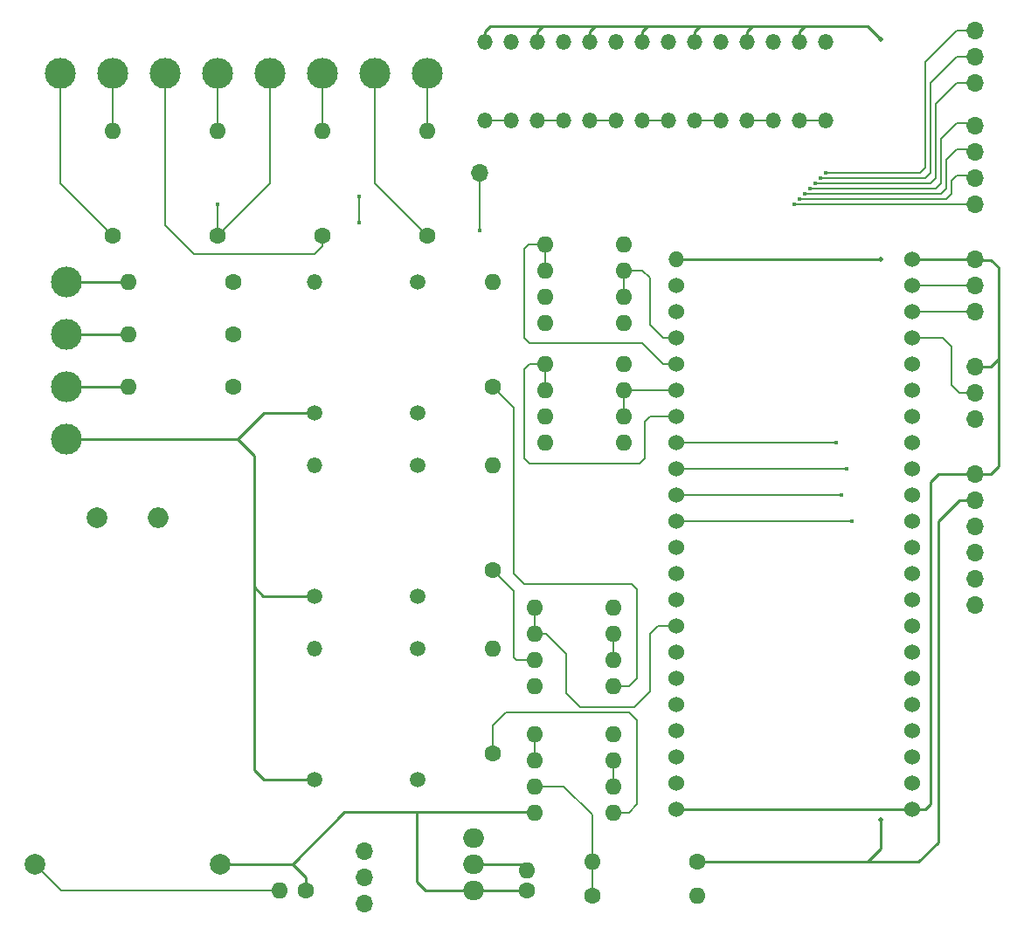
<source format=gbr>
%TF.GenerationSoftware,KiCad,Pcbnew,7.0.10*%
%TF.CreationDate,2024-05-12T01:16:20-03:00*%
%TF.ProjectId,board,626f6172-642e-46b6-9963-61645f706362,1.0*%
%TF.SameCoordinates,Original*%
%TF.FileFunction,Copper,L1,Top*%
%TF.FilePolarity,Positive*%
%FSLAX46Y46*%
G04 Gerber Fmt 4.6, Leading zero omitted, Abs format (unit mm)*
G04 Created by KiCad (PCBNEW 7.0.10) date 2024-05-12 01:16:20*
%MOMM*%
%LPD*%
G01*
G04 APERTURE LIST*
%TA.AperFunction,ComponentPad*%
%ADD10O,1.600000X1.600000*%
%TD*%
%TA.AperFunction,ComponentPad*%
%ADD11O,1.500000X1.500000*%
%TD*%
%TA.AperFunction,ComponentPad*%
%ADD12C,1.600000*%
%TD*%
%TA.AperFunction,ComponentPad*%
%ADD13O,1.700000X1.700000*%
%TD*%
%TA.AperFunction,ComponentPad*%
%ADD14O,2.000000X2.000000*%
%TD*%
%TA.AperFunction,ComponentPad*%
%ADD15C,2.000000*%
%TD*%
%TA.AperFunction,ComponentPad*%
%ADD16O,1.530000X1.530000*%
%TD*%
%TA.AperFunction,ComponentPad*%
%ADD17C,1.530000*%
%TD*%
%TA.AperFunction,ComponentPad*%
%ADD18O,3.000000X3.000000*%
%TD*%
%TA.AperFunction,ComponentPad*%
%ADD19C,3.000000*%
%TD*%
%TA.AperFunction,ComponentPad*%
%ADD20O,1.508000X1.508000*%
%TD*%
%TA.AperFunction,ComponentPad*%
%ADD21C,1.508000*%
%TD*%
%TA.AperFunction,ComponentPad*%
%ADD22O,2.000000X1.905000*%
%TD*%
%TA.AperFunction,ViaPad*%
%ADD23C,0.400000*%
%TD*%
%TA.AperFunction,ViaPad*%
%ADD24C,0.500000*%
%TD*%
%TA.AperFunction,Conductor*%
%ADD25C,0.200000*%
%TD*%
%TA.AperFunction,Conductor*%
%ADD26C,0.250000*%
%TD*%
G04 APERTURE END LIST*
D10*
%TO.P,AMP3,1*%
%TO.N,Current A*%
X147828000Y-74980800D03*
%TO.P,AMP3,2,-*%
X147828000Y-77520800D03*
%TO.P,AMP3,3,+*%
%TO.N,TC A-1*%
X147828000Y-80060800D03*
%TO.P,AMP3,4,V-*%
%TO.N,GND*%
X147828000Y-82600800D03*
%TO.P,AMP3,5,+*%
%TO.N,TC B-1*%
X155448000Y-82600800D03*
%TO.P,AMP3,6,-*%
%TO.N,Current B*%
X155448000Y-80060800D03*
%TO.P,AMP3,7*%
X155448000Y-77520800D03*
%TO.P,AMP3,8,V+*%
%TO.N,Vin*%
X155448000Y-74980800D03*
%TD*%
D11*
%TO.P,DZ14,1,K*%
%TO.N,Current N*%
X141986000Y-51358800D03*
%TO.P,DZ14,2,A*%
%TO.N,Vcc*%
X141986000Y-43738800D03*
%TD*%
D12*
%TO.P,R9,1*%
%TO.N,TC A-1*%
X136398000Y-62534800D03*
D10*
%TO.P,R9,2*%
%TO.N,TC A-2*%
X136398000Y-52374800D03*
%TD*%
D11*
%TO.P,DZ2,1,K*%
%TO.N,Treated Wave C*%
X172466000Y-51358800D03*
%TO.P,DZ2,2,A*%
%TO.N,Vcc*%
X172466000Y-43738800D03*
%TD*%
D13*
%TO.P,SW2,1,A*%
%TO.N,Vcc*%
X189484000Y-80314800D03*
%TO.P,SW2,2,B*%
%TO.N,System Type*%
X189484000Y-77774800D03*
%TO.P,SW2,3,C*%
%TO.N,GND*%
X189484000Y-75234800D03*
%TD*%
D12*
%TO.P,R7,1*%
%TO.N,Wave B*%
X142748000Y-94919800D03*
D10*
%TO.P,R7,2*%
%TO.N,TC A-2*%
X142748000Y-84759800D03*
%TD*%
D14*
%TO.P,PS1,1,AC/L*%
%TO.N,Line A*%
X110363000Y-89839800D03*
D15*
%TO.P,PS1,2,AC/N*%
%TO.N,Neutral*%
X104363000Y-89839800D03*
%TO.P,PS1,3,-Vout*%
%TO.N,GND*%
X116363000Y-123439800D03*
%TO.P,PS1,4,+Vout*%
%TO.N,Power*%
X98363000Y-123439800D03*
%TD*%
D16*
%TO.P,MCU1,J1_1,3V3*%
%TO.N,Vcc*%
X160528000Y-64820800D03*
D17*
%TO.P,MCU1,J1_2,3V3__1*%
%TO.N,unconnected-(MCU1-3V3__1-PadJ1_2)*%
X160528000Y-67360800D03*
%TO.P,MCU1,J1_3,RST*%
%TO.N,unconnected-(MCU1-RST-PadJ1_3)*%
X160528000Y-69900800D03*
%TO.P,MCU1,J1_4,GPIO4*%
%TO.N,Current N*%
X160528000Y-72440800D03*
%TO.P,MCU1,J1_5,GPIO5*%
%TO.N,Current C*%
X160528000Y-74980800D03*
%TO.P,MCU1,J1_6,GPIO6*%
%TO.N,Current B*%
X160528000Y-77520800D03*
%TO.P,MCU1,J1_7,GPIO7*%
%TO.N,Current A*%
X160528000Y-80060800D03*
%TO.P,MCU1,J1_8,GPIO15*%
%TO.N,CS*%
X160528000Y-82600800D03*
%TO.P,MCU1,J1_9,GPIO16*%
%TO.N,MOSI*%
X160528000Y-85140800D03*
%TO.P,MCU1,J1_10,GPIO17*%
%TO.N,SCK*%
X160528000Y-87680800D03*
%TO.P,MCU1,J1_11,GPIO18*%
%TO.N,MISO*%
X160528000Y-90220800D03*
%TO.P,MCU1,J1_12,GPIO8*%
%TO.N,Treated Wave A*%
X160528000Y-92760800D03*
%TO.P,MCU1,J1_13,GPIO3*%
%TO.N,unconnected-(MCU1-GPIO3-PadJ1_13)*%
X160528000Y-95300800D03*
%TO.P,MCU1,J1_14,GPIO46*%
%TO.N,unconnected-(MCU1-GPIO46-PadJ1_14)*%
X160528000Y-97840800D03*
%TO.P,MCU1,J1_15,GPIO9*%
%TO.N,Treated Wave B*%
X160528000Y-100380800D03*
%TO.P,MCU1,J1_16,GPIO10*%
%TO.N,Treated Wave C*%
X160528000Y-102920800D03*
%TO.P,MCU1,J1_17,GPIO11*%
%TO.N,unconnected-(MCU1-GPIO11-PadJ1_17)*%
X160528000Y-105460800D03*
%TO.P,MCU1,J1_18,GPIO12*%
%TO.N,unconnected-(MCU1-GPIO12-PadJ1_18)*%
X160528000Y-108000800D03*
%TO.P,MCU1,J1_19,GPIO13*%
%TO.N,unconnected-(MCU1-GPIO13-PadJ1_19)*%
X160528000Y-110540800D03*
%TO.P,MCU1,J1_20,GPIO14*%
%TO.N,unconnected-(MCU1-GPIO14-PadJ1_20)*%
X160528000Y-113080800D03*
%TO.P,MCU1,J1_21,5V0*%
%TO.N,unconnected-(MCU1-5V0-PadJ1_21)*%
X160528000Y-115620800D03*
%TO.P,MCU1,J1_22,GND*%
%TO.N,GND*%
X160528000Y-118160800D03*
%TO.P,MCU1,J3_1,GND__1*%
X183388000Y-64820800D03*
%TO.P,MCU1,J3_2,U0TXD/GPIO43*%
%TO.N,UART TX*%
X183388000Y-67360800D03*
%TO.P,MCU1,J3_3,U0RXD/GPIO44*%
%TO.N,UART RX*%
X183388000Y-69900800D03*
%TO.P,MCU1,J3_4,GPIO1*%
%TO.N,System Type*%
X183388000Y-72440800D03*
%TO.P,MCU1,J3_5,GPIO2*%
%TO.N,unconnected-(MCU1-GPIO2-PadJ3_5)*%
X183388000Y-74980800D03*
%TO.P,MCU1,J3_6,MTMS/GPIO42*%
%TO.N,unconnected-(MCU1-MTMS{slash}GPIO42-PadJ3_6)*%
X183388000Y-77520800D03*
%TO.P,MCU1,J3_7,MTDI/GPIO41*%
%TO.N,unconnected-(MCU1-MTDI{slash}GPIO41-PadJ3_7)*%
X183388000Y-80060800D03*
%TO.P,MCU1,J3_8,MTDO/GPIO40*%
%TO.N,unconnected-(MCU1-MTDO{slash}GPIO40-PadJ3_8)*%
X183388000Y-82600800D03*
%TO.P,MCU1,J3_9,MTCK/GPIO39*%
%TO.N,unconnected-(MCU1-MTCK{slash}GPIO39-PadJ3_9)*%
X183388000Y-85140800D03*
%TO.P,MCU1,J3_10,GPIO38*%
%TO.N,unconnected-(MCU1-GPIO38-PadJ3_10)*%
X183388000Y-87680800D03*
%TO.P,MCU1,J3_11,GPIO37*%
%TO.N,unconnected-(MCU1-GPIO37-PadJ3_11)*%
X183388000Y-90220800D03*
%TO.P,MCU1,J3_12,GPIO36*%
%TO.N,unconnected-(MCU1-GPIO36-PadJ3_12)*%
X183388000Y-92760800D03*
%TO.P,MCU1,J3_13,GPIO35*%
%TO.N,unconnected-(MCU1-GPIO35-PadJ3_13)*%
X183388000Y-95300800D03*
%TO.P,MCU1,J3_14,GPIO0*%
%TO.N,unconnected-(MCU1-GPIO0-PadJ3_14)*%
X183388000Y-97840800D03*
%TO.P,MCU1,J3_15,GPIO45*%
%TO.N,unconnected-(MCU1-GPIO45-PadJ3_15)*%
X183388000Y-100380800D03*
%TO.P,MCU1,J3_16,GPIO48*%
%TO.N,unconnected-(MCU1-GPIO48-PadJ3_16)*%
X183388000Y-102920800D03*
%TO.P,MCU1,J3_17,GPIO47*%
%TO.N,unconnected-(MCU1-GPIO47-PadJ3_17)*%
X183388000Y-105460800D03*
%TO.P,MCU1,J3_18,GPIO21*%
%TO.N,unconnected-(MCU1-GPIO21-PadJ3_18)*%
X183388000Y-108000800D03*
%TO.P,MCU1,J3_19,USB_D+/GPIO20*%
%TO.N,unconnected-(MCU1-USB_D+{slash}GPIO20-PadJ3_19)*%
X183388000Y-110540800D03*
%TO.P,MCU1,J3_20,USB_D-/GPIO19*%
%TO.N,unconnected-(MCU1-USB_D-{slash}GPIO19-PadJ3_20)*%
X183388000Y-113080800D03*
%TO.P,MCU1,J3_21,GND__2*%
%TO.N,unconnected-(MCU1-GND__2-PadJ3_21)*%
X183388000Y-115620800D03*
%TO.P,MCU1,J3_22,GND__3*%
%TO.N,GND*%
X183388000Y-118160800D03*
%TD*%
D11*
%TO.P,DZ13,1,K*%
%TO.N,GND*%
X144526000Y-43733800D03*
%TO.P,DZ13,2,A*%
%TO.N,Current N*%
X144526000Y-51353800D03*
%TD*%
D10*
%TO.P,AMP4,1*%
%TO.N,Current C*%
X147828000Y-63306800D03*
%TO.P,AMP4,2,-*%
X147828000Y-65846800D03*
%TO.P,AMP4,3,+*%
%TO.N,TC C-1*%
X147828000Y-68386800D03*
%TO.P,AMP4,4,V-*%
%TO.N,GND*%
X147828000Y-70926800D03*
%TO.P,AMP4,5,+*%
%TO.N,TC N-1*%
X155448000Y-70926800D03*
%TO.P,AMP4,6,-*%
%TO.N,Current N*%
X155448000Y-68386800D03*
%TO.P,AMP4,7*%
X155448000Y-65846800D03*
%TO.P,AMP4,8,V+*%
%TO.N,Vin*%
X155448000Y-63306800D03*
%TD*%
D11*
%TO.P,DZ6,1,K*%
%TO.N,Treated Wave A*%
X162306000Y-51363800D03*
%TO.P,DZ6,2,A*%
%TO.N,Vcc*%
X162306000Y-43743800D03*
%TD*%
%TO.P,DZ5,1,K*%
%TO.N,GND*%
X164846000Y-43733800D03*
%TO.P,DZ5,2,A*%
%TO.N,Treated Wave A*%
X164846000Y-51353800D03*
%TD*%
D18*
%TO.P,J6,1,Pin_1*%
%TO.N,TC A-2*%
X105918000Y-46786800D03*
D19*
%TO.P,J6,2,Pin_2*%
%TO.N,TC N-1*%
X100838000Y-46786800D03*
%TD*%
D13*
%TO.P,P1,1,Pin_1*%
%TO.N,UART RX*%
X189484000Y-69900800D03*
%TO.P,P1,2,Pin_2*%
%TO.N,UART TX*%
X189484000Y-67360800D03*
%TO.P,P1,3,Pin_3*%
%TO.N,GND*%
X189484000Y-64820800D03*
%TD*%
D12*
%TO.P,R1,1*%
%TO.N,Vcc*%
X162560000Y-123240800D03*
D10*
%TO.P,R1,2*%
%TO.N,V1.65*%
X152400000Y-123240800D03*
%TD*%
D20*
%TO.P,T1,1*%
%TO.N,Net-(R3-Pad1)*%
X125476000Y-66979800D03*
D21*
%TO.P,T1,2*%
%TO.N,Neutral*%
X125476000Y-79679800D03*
%TO.P,T1,3*%
%TO.N,Wave A*%
X135476000Y-79679800D03*
%TO.P,T1,4*%
%TO.N,TC A-2*%
X135476000Y-66979800D03*
%TD*%
D12*
%TO.P,R11,1*%
%TO.N,TC C-1*%
X126238000Y-62534800D03*
D10*
%TO.P,R11,2*%
%TO.N,TC A-2*%
X126238000Y-52374800D03*
%TD*%
D11*
%TO.P,DZ11,1,K*%
%TO.N,GND*%
X149606000Y-43738800D03*
%TO.P,DZ11,2,A*%
%TO.N,Current C*%
X149606000Y-51358800D03*
%TD*%
D13*
%TO.P,SW1,1,A*%
%TO.N,Vin*%
X130302000Y-122224800D03*
%TO.P,SW1,2,B*%
%TO.N,Power*%
X130302000Y-124764800D03*
%TO.P,SW1,3,C*%
%TO.N,unconnected-(SW1A-C-Pad3)*%
X130302000Y-127304800D03*
%TD*%
D20*
%TO.P,T3,1*%
%TO.N,Net-(R5-Pad1)*%
X125476000Y-102539800D03*
D21*
%TO.P,T3,2*%
%TO.N,Neutral*%
X125476000Y-115239800D03*
%TO.P,T3,3*%
%TO.N,Wave C*%
X135476000Y-115239800D03*
%TO.P,T3,4*%
%TO.N,TC A-2*%
X135476000Y-102539800D03*
%TD*%
D12*
%TO.P,R6,1*%
%TO.N,Wave A*%
X142748000Y-77139800D03*
D10*
%TO.P,R6,2*%
%TO.N,TC A-2*%
X142748000Y-66979800D03*
%TD*%
D11*
%TO.P,DZ3,1,K*%
%TO.N,GND*%
X169926000Y-43738800D03*
%TO.P,DZ3,2,A*%
%TO.N,Treated Wave B*%
X169926000Y-51358800D03*
%TD*%
D12*
%TO.P,R10,1*%
%TO.N,TC B-1*%
X116078000Y-62534800D03*
D10*
%TO.P,R10,2*%
%TO.N,TC A-2*%
X116078000Y-52374800D03*
%TD*%
D12*
%TO.P,R3,1*%
%TO.N,Net-(R3-Pad1)*%
X117602000Y-66979800D03*
D10*
%TO.P,R3,2*%
%TO.N,Line A*%
X107442000Y-66979800D03*
%TD*%
D12*
%TO.P,R12,1*%
%TO.N,TC N-1*%
X105918000Y-62534800D03*
D10*
%TO.P,R12,2*%
%TO.N,TC A-2*%
X105918000Y-52374800D03*
%TD*%
D11*
%TO.P,DZ12,1,K*%
%TO.N,Current C*%
X147066000Y-51363800D03*
%TO.P,DZ12,2,A*%
%TO.N,Vcc*%
X147066000Y-43743800D03*
%TD*%
D10*
%TO.P,C2,1*%
%TO.N,Vcc*%
X146050000Y-124034800D03*
D12*
%TO.P,C2,2*%
%TO.N,GND*%
X146050000Y-126034800D03*
%TD*%
D18*
%TO.P,J3,1,Pin_1*%
%TO.N,TC A-2*%
X136398000Y-46786800D03*
D19*
%TO.P,J3,2,Pin_2*%
%TO.N,TC A-1*%
X131318000Y-46786800D03*
%TD*%
D18*
%TO.P,J1,1,Pin_1*%
%TO.N,Line A*%
X101473000Y-66979800D03*
D19*
%TO.P,J1,2,Pin_2*%
%TO.N,Line B*%
X101473000Y-72059800D03*
%TD*%
D13*
%TO.P,P4,1,Pin_1*%
%TO.N,Treated Wave A*%
X189484000Y-47675800D03*
%TO.P,P4,2,Pin_2*%
%TO.N,Treated Wave B*%
X189484000Y-45135800D03*
%TO.P,P4,3,Pin_3*%
%TO.N,Treated Wave C*%
X189484000Y-42595800D03*
%TD*%
D11*
%TO.P,DZ9,1,K*%
%TO.N,GND*%
X154686000Y-43733800D03*
%TO.P,DZ9,2,A*%
%TO.N,Current B*%
X154686000Y-51353800D03*
%TD*%
%TO.P,DZ7,1,K*%
%TO.N,GND*%
X159766000Y-43738800D03*
%TO.P,DZ7,2,A*%
%TO.N,Current A*%
X159766000Y-51358800D03*
%TD*%
D20*
%TO.P,T2,1*%
%TO.N,Net-(R4-Pad1)*%
X125476000Y-84759800D03*
D21*
%TO.P,T2,2*%
%TO.N,Neutral*%
X125476000Y-97459800D03*
%TO.P,T2,3*%
%TO.N,Wave B*%
X135476000Y-97459800D03*
%TO.P,T2,4*%
%TO.N,TC A-2*%
X135476000Y-84759800D03*
%TD*%
D18*
%TO.P,J5,1,Pin_1*%
%TO.N,TC A-2*%
X116078000Y-46786800D03*
D19*
%TO.P,J5,2,Pin_2*%
%TO.N,TC C-1*%
X110998000Y-46786800D03*
%TD*%
D13*
%TO.P,P5,1,Pin_1*%
%TO.N,GND*%
X189484000Y-85648800D03*
%TO.P,P5,2,Pin_2*%
%TO.N,Vcc*%
X189484000Y-88188800D03*
%TO.P,P5,3,Pin_3*%
%TO.N,MISO*%
X189484000Y-90728800D03*
%TO.P,P5,4,Pin_4*%
%TO.N,MOSI*%
X189484000Y-93268800D03*
%TO.P,P5,5,Pin_5*%
%TO.N,SCK*%
X189484000Y-95808800D03*
%TO.P,P5,6,Pin_6*%
%TO.N,CS*%
X189484000Y-98348800D03*
%TD*%
D11*
%TO.P,DZ4,1,K*%
%TO.N,Treated Wave B*%
X167386000Y-51363800D03*
%TO.P,DZ4,2,A*%
%TO.N,Vcc*%
X167386000Y-43743800D03*
%TD*%
D13*
%TO.P,P3,1,Pin_1*%
%TO.N,Current A*%
X189484000Y-51866800D03*
%TO.P,P3,2,Pin_2*%
%TO.N,Current B*%
X189484000Y-54406800D03*
%TO.P,P3,3,Pin_3*%
%TO.N,Current C*%
X189484000Y-56946800D03*
%TO.P,P3,4,Pin_4*%
%TO.N,Current N*%
X189484000Y-59486800D03*
%TD*%
D11*
%TO.P,DZ1,1,K*%
%TO.N,GND*%
X175006000Y-43738800D03*
%TO.P,DZ1,2,A*%
%TO.N,Treated Wave C*%
X175006000Y-51358800D03*
%TD*%
D10*
%TO.P,C1,1*%
%TO.N,Power*%
X122134621Y-126034800D03*
D12*
%TO.P,C1,2*%
%TO.N,GND*%
X124634621Y-126034800D03*
%TD*%
%TO.P,R8,1*%
%TO.N,Wave C*%
X142748000Y-112699800D03*
D10*
%TO.P,R8,2*%
%TO.N,TC A-2*%
X142748000Y-102539800D03*
%TD*%
D18*
%TO.P,J2,1,Pin_1*%
%TO.N,Line C*%
X101473000Y-77139800D03*
D19*
%TO.P,J2,2,Pin_2*%
%TO.N,Neutral*%
X101473000Y-82219800D03*
%TD*%
D13*
%TO.P,P2,1,Pin_1*%
%TO.N,TC A-2*%
X141478000Y-56438800D03*
%TD*%
D22*
%TO.P,PS2,1,GND*%
%TO.N,GND*%
X140899000Y-126034800D03*
%TO.P,PS2,2,VO*%
%TO.N,Vcc*%
X140899000Y-123494800D03*
%TO.P,PS2,3,VI*%
%TO.N,Vin*%
X140899000Y-120954800D03*
%TD*%
D11*
%TO.P,DZ8,1,K*%
%TO.N,Current A*%
X157226000Y-51363800D03*
%TO.P,DZ8,2,A*%
%TO.N,Vcc*%
X157226000Y-43743800D03*
%TD*%
%TO.P,DZ10,1,K*%
%TO.N,Current B*%
X152146000Y-51363800D03*
%TO.P,DZ10,2,A*%
%TO.N,Vcc*%
X152146000Y-43743800D03*
%TD*%
D12*
%TO.P,R4,1*%
%TO.N,Net-(R4-Pad1)*%
X117602000Y-72059800D03*
D10*
%TO.P,R4,2*%
%TO.N,Line B*%
X107442000Y-72059800D03*
%TD*%
D12*
%TO.P,R5,1*%
%TO.N,Net-(R5-Pad1)*%
X117602000Y-77139800D03*
D10*
%TO.P,R5,2*%
%TO.N,Line C*%
X107442000Y-77139800D03*
%TD*%
D12*
%TO.P,R2,1*%
%TO.N,V1.65*%
X152400000Y-126542800D03*
D10*
%TO.P,R2,2*%
%TO.N,GND*%
X162560000Y-126542800D03*
%TD*%
D18*
%TO.P,J4,1,Pin_1*%
%TO.N,TC A-2*%
X126238000Y-46786800D03*
D19*
%TO.P,J4,2,Pin_2*%
%TO.N,TC B-1*%
X121158000Y-46786800D03*
%TD*%
D10*
%TO.P,AMP2,1*%
%TO.N,Treated Wave B*%
X146812000Y-98602800D03*
%TO.P,AMP2,2,-*%
X146812000Y-101142800D03*
%TO.P,AMP2,3,+*%
%TO.N,Wave B*%
X146812000Y-103682800D03*
%TO.P,AMP2,4,V-*%
%TO.N,GND*%
X146812000Y-106222800D03*
%TO.P,AMP2,5,+*%
%TO.N,Wave A*%
X154432000Y-106222800D03*
%TO.P,AMP2,6,-*%
%TO.N,Treated Wave A*%
X154432000Y-103682800D03*
%TO.P,AMP2,7*%
X154432000Y-101142800D03*
%TO.P,AMP2,8,V+*%
%TO.N,Vin*%
X154432000Y-98602800D03*
%TD*%
%TO.P,AMP1,1*%
%TO.N,TC A-2*%
X146812000Y-110804800D03*
%TO.P,AMP1,2,-*%
X146812000Y-113344800D03*
%TO.P,AMP1,3,+*%
%TO.N,V1.65*%
X146812000Y-115884800D03*
%TO.P,AMP1,4,V-*%
%TO.N,GND*%
X146812000Y-118424800D03*
%TO.P,AMP1,5,+*%
%TO.N,Wave C*%
X154432000Y-118424800D03*
%TO.P,AMP1,6,-*%
%TO.N,Treated Wave C*%
X154432000Y-115884800D03*
%TO.P,AMP1,7*%
X154432000Y-113344800D03*
%TO.P,AMP1,8,V+*%
%TO.N,Vin*%
X154432000Y-110804800D03*
%TD*%
D23*
%TO.N,Treated Wave A*%
X173990000Y-57454800D03*
%TO.N,Treated Wave B*%
X174498000Y-56946800D03*
%TO.N,Treated Wave C*%
X175006000Y-56438800D03*
D24*
%TO.N,Vcc*%
X180340000Y-64820800D03*
X180340000Y-43484800D03*
X180340000Y-119176800D03*
D23*
%TO.N,Current A*%
X173482000Y-57962800D03*
%TO.N,Current B*%
X172974000Y-58470800D03*
%TO.N,Current C*%
X172466000Y-58978800D03*
%TO.N,Current N*%
X171958000Y-59486800D03*
%TO.N,TC A-2*%
X129794000Y-58724800D03*
X141478000Y-62026800D03*
X129794000Y-61264800D03*
%TO.N,TC B-1*%
X116078000Y-59486800D03*
%TO.N,CS*%
X176022000Y-82600800D03*
%TO.N,MOSI*%
X177038000Y-85140800D03*
%TO.N,SCK*%
X176530000Y-87680800D03*
%TO.N,MISO*%
X177546000Y-90220800D03*
%TD*%
D25*
%TO.N,Treated Wave A*%
X187706000Y-47675800D02*
X189484000Y-47675800D01*
X173990000Y-57454800D02*
X185166000Y-57454800D01*
X164846000Y-51353800D02*
X162316000Y-51353800D01*
X185674000Y-49707800D02*
X187706000Y-47675800D01*
X185166000Y-57454800D02*
X185674000Y-56946800D01*
X154432000Y-101142800D02*
X154432000Y-103682800D01*
X162316000Y-51353800D02*
X162306000Y-51363800D01*
X185674000Y-56946800D02*
X185674000Y-49707800D01*
%TO.N,Treated Wave B*%
X149860000Y-103047800D02*
X149860000Y-106857800D01*
X151257000Y-108254800D02*
X156464000Y-108254800D01*
X146812000Y-101142800D02*
X146812000Y-98602800D01*
X156464000Y-108254800D02*
X157988000Y-106730800D01*
X158750000Y-100380800D02*
X160528000Y-100380800D01*
X167386000Y-51363800D02*
X169921000Y-51363800D01*
X146812000Y-101142800D02*
X147955000Y-101142800D01*
X157988000Y-106730800D02*
X157988000Y-101142800D01*
X147955000Y-101142800D02*
X149860000Y-103047800D01*
X185166000Y-47675800D02*
X187706000Y-45135800D01*
X149860000Y-106857800D02*
X151257000Y-108254800D01*
X184658000Y-56946800D02*
X185166000Y-56438800D01*
X185166000Y-56438800D02*
X185166000Y-47675800D01*
X187706000Y-45135800D02*
X189484000Y-45135800D01*
X157988000Y-101142800D02*
X158750000Y-100380800D01*
X174498000Y-56946800D02*
X184658000Y-56946800D01*
X169921000Y-51363800D02*
X169926000Y-51358800D01*
%TO.N,Treated Wave C*%
X154432000Y-113344800D02*
X154432000Y-115884800D01*
X184658000Y-55930800D02*
X184658000Y-45643800D01*
X172466000Y-51358800D02*
X175006000Y-51358800D01*
X184150000Y-56438800D02*
X184658000Y-55930800D01*
X184658000Y-45643800D02*
X187706000Y-42595800D01*
X187706000Y-42595800D02*
X189484000Y-42595800D01*
X175006000Y-56438800D02*
X184150000Y-56438800D01*
D26*
%TO.N,Line B*%
X101473000Y-72059800D02*
X107442000Y-72059800D01*
%TO.N,Line A*%
X101473000Y-66979800D02*
X107442000Y-66979800D01*
%TO.N,Neutral*%
X118030000Y-82219800D02*
X120570000Y-79679800D01*
X101473000Y-82219800D02*
X118030000Y-82219800D01*
X120570000Y-115239800D02*
X125476000Y-115239800D01*
X120570000Y-79679800D02*
X125476000Y-79679800D01*
X118030000Y-82219800D02*
X119634000Y-83823800D01*
X125476000Y-97459800D02*
X120523000Y-97459800D01*
X120523000Y-97459800D02*
X119634000Y-96570800D01*
X119634000Y-83823800D02*
X119634000Y-114303800D01*
X119634000Y-114303800D02*
X120570000Y-115239800D01*
%TO.N,Line C*%
X101473000Y-77139800D02*
X107442000Y-77139800D01*
%TO.N,Vcc*%
X140899000Y-123494800D02*
X145510000Y-123494800D01*
X147574000Y-42214800D02*
X147066000Y-42722800D01*
X157734000Y-42214800D02*
X157226000Y-42722800D01*
X189484000Y-88188800D02*
X187960000Y-88188800D01*
X172974000Y-42214800D02*
X167894000Y-42214800D01*
X157226000Y-42722800D02*
X157226000Y-43743800D01*
X180340000Y-43484800D02*
X179070000Y-42214800D01*
X147574000Y-42214800D02*
X142494000Y-42214800D01*
X147066000Y-42722800D02*
X147066000Y-43743800D01*
X167386000Y-42722800D02*
X167386000Y-43743800D01*
X185928000Y-121335800D02*
X184023000Y-123240800D01*
X152146000Y-42722800D02*
X152146000Y-43743800D01*
X180340000Y-121970800D02*
X179070000Y-123240800D01*
X157734000Y-42214800D02*
X152654000Y-42214800D01*
X179070000Y-42214800D02*
X172974000Y-42214800D01*
X141986000Y-42722800D02*
X141986000Y-43738800D01*
X152654000Y-42214800D02*
X147574000Y-42214800D01*
X162814000Y-42214800D02*
X162306000Y-42722800D01*
X187960000Y-88188800D02*
X185928000Y-90220800D01*
X167894000Y-42214800D02*
X167386000Y-42722800D01*
X142494000Y-42214800D02*
X141986000Y-42722800D01*
X167894000Y-42214800D02*
X162814000Y-42214800D01*
X180340000Y-64820800D02*
X160528000Y-64820800D01*
X145510000Y-123494800D02*
X146050000Y-124034800D01*
X162306000Y-42722800D02*
X162306000Y-43743800D01*
X180340000Y-119176800D02*
X180340000Y-121970800D01*
X162814000Y-42214800D02*
X157734000Y-42214800D01*
X172466000Y-42722800D02*
X172466000Y-43738800D01*
X152654000Y-42214800D02*
X152146000Y-42722800D01*
X184023000Y-123240800D02*
X162560000Y-123240800D01*
X185928000Y-90220800D02*
X185928000Y-121335800D01*
X172974000Y-42214800D02*
X172466000Y-42722800D01*
%TO.N,GND*%
X191018000Y-64830800D02*
X191770000Y-65582800D01*
X191770000Y-74472800D02*
X191770000Y-84886800D01*
X185166000Y-117642800D02*
X184648000Y-118160800D01*
X124634621Y-126034800D02*
X124634621Y-124702421D01*
X124634621Y-124702421D02*
X123372000Y-123439800D01*
X140899000Y-126034800D02*
X146050000Y-126034800D01*
X135382000Y-118414800D02*
X146802000Y-118414800D01*
X191770000Y-65582800D02*
X191770000Y-74472800D01*
X191770000Y-84886800D02*
X191008000Y-85648800D01*
X135382000Y-125145800D02*
X136271000Y-126034800D01*
X183388000Y-64820800D02*
X189484000Y-64820800D01*
X128397000Y-118414800D02*
X135382000Y-118414800D01*
X136271000Y-126034800D02*
X140899000Y-126034800D01*
X185166000Y-86400800D02*
X185166000Y-117642800D01*
X189484000Y-85648800D02*
X189474000Y-85638800D01*
X191008000Y-75234800D02*
X189484000Y-75234800D01*
X183388000Y-118160800D02*
X160528000Y-118160800D01*
X189474000Y-85638800D02*
X185928000Y-85638800D01*
X116363000Y-123439800D02*
X123372000Y-123439800D01*
X146802000Y-118414800D02*
X146812000Y-118424800D01*
X185928000Y-85638800D02*
X185166000Y-86400800D01*
X189484000Y-64830800D02*
X191018000Y-64830800D01*
X123372000Y-123439800D02*
X128397000Y-118414800D01*
X191008000Y-85648800D02*
X189484000Y-85648800D01*
X184648000Y-118160800D02*
X183388000Y-118160800D01*
X191770000Y-74472800D02*
X191008000Y-75234800D01*
X135382000Y-118414800D02*
X135382000Y-125145800D01*
D25*
%TO.N,Current A*%
X147828000Y-77520800D02*
X147828000Y-74980800D01*
X186182000Y-57454800D02*
X186182000Y-53136800D01*
X159766000Y-51358800D02*
X157231000Y-51358800D01*
X186182000Y-53136800D02*
X187706000Y-51612800D01*
X160528000Y-80060800D02*
X157988000Y-80060800D01*
X185674000Y-57962800D02*
X186182000Y-57454800D01*
X157231000Y-51358800D02*
X157226000Y-51363800D01*
X173482000Y-57962800D02*
X185674000Y-57962800D01*
X157480000Y-80568800D02*
X157480000Y-84124800D01*
X145796000Y-84124800D02*
X145796000Y-75488800D01*
X157988000Y-80060800D02*
X157480000Y-80568800D01*
X145796000Y-75488800D02*
X146304000Y-74980800D01*
X187706000Y-51612800D02*
X189484000Y-51612800D01*
X146304000Y-74980800D02*
X147828000Y-74980800D01*
X157480000Y-84124800D02*
X156972000Y-84632800D01*
X156972000Y-84632800D02*
X146304000Y-84632800D01*
X146304000Y-84632800D02*
X145796000Y-84124800D01*
%TO.N,Current B*%
X186690000Y-55168800D02*
X187706000Y-54152800D01*
X172974000Y-58470800D02*
X186182000Y-58470800D01*
X155448000Y-77520800D02*
X155448000Y-80060800D01*
X152156000Y-51353800D02*
X152146000Y-51363800D01*
X186182000Y-58470800D02*
X186690000Y-57962800D01*
X155448000Y-77520800D02*
X160528000Y-77520800D01*
X187706000Y-54152800D02*
X189484000Y-54152800D01*
X154686000Y-51353800D02*
X152156000Y-51353800D01*
X186690000Y-57962800D02*
X186690000Y-55168800D01*
%TO.N,Current C*%
X147828000Y-65846800D02*
X147828000Y-63306800D01*
X147071000Y-51358800D02*
X147066000Y-51363800D01*
X159258000Y-74980800D02*
X157226000Y-72948800D01*
X172466000Y-58978800D02*
X186690000Y-58978800D01*
X187706000Y-56692800D02*
X189484000Y-56692800D01*
X145796000Y-63804800D02*
X146304000Y-63296800D01*
X160528000Y-74980800D02*
X159258000Y-74980800D01*
X146314000Y-63306800D02*
X147828000Y-63306800D01*
X186690000Y-58978800D02*
X187198000Y-58470800D01*
X149606000Y-51358800D02*
X147071000Y-51358800D01*
X157226000Y-72948800D02*
X146304000Y-72948800D01*
X146304000Y-63296800D02*
X146314000Y-63306800D01*
X145796000Y-72440800D02*
X145796000Y-63804800D01*
X187198000Y-57200800D02*
X187706000Y-56692800D01*
X146304000Y-72948800D02*
X145796000Y-72440800D01*
X187198000Y-58470800D02*
X187198000Y-57200800D01*
%TO.N,Current N*%
X155448000Y-65846800D02*
X155448000Y-68386800D01*
X157988000Y-71170800D02*
X159258000Y-72440800D01*
X144526000Y-51353800D02*
X141991000Y-51353800D01*
X189484000Y-59486800D02*
X171958000Y-59486800D01*
X157236000Y-65846800D02*
X157988000Y-66598800D01*
X157988000Y-66598800D02*
X157988000Y-71170800D01*
X141991000Y-51353800D02*
X141986000Y-51358800D01*
X159258000Y-72440800D02*
X160528000Y-72440800D01*
X155448000Y-65846800D02*
X157236000Y-65846800D01*
%TO.N,TC A-2*%
X116078000Y-52374800D02*
X116078000Y-46786800D01*
X105918000Y-46786800D02*
X105918000Y-52374800D01*
X141478000Y-62026800D02*
X141478000Y-56438800D01*
X126238000Y-46786800D02*
X126238000Y-52374800D01*
X129794000Y-58724800D02*
X129794000Y-61264800D01*
X146812000Y-113344800D02*
X146812000Y-110804800D01*
X136398000Y-46786800D02*
X136398000Y-52374800D01*
%TO.N,TC A-1*%
X136398000Y-62534800D02*
X131318000Y-57454800D01*
X131318000Y-57454800D02*
X131318000Y-46786800D01*
%TO.N,TC B-1*%
X116078000Y-59486800D02*
X116078000Y-62534800D01*
X121158000Y-57454800D02*
X121158000Y-46786800D01*
X116078000Y-62534800D02*
X121158000Y-57454800D01*
%TO.N,TC C-1*%
X126238000Y-63550800D02*
X125476000Y-64312800D01*
X110998000Y-61518800D02*
X110998000Y-46786800D01*
X125476000Y-64312800D02*
X113792000Y-64312800D01*
X126238000Y-62534800D02*
X126238000Y-63550800D01*
X113792000Y-64312800D02*
X110998000Y-61518800D01*
%TO.N,TC N-1*%
X100838000Y-46786800D02*
X100838000Y-57454800D01*
X100838000Y-57454800D02*
X105918000Y-62534800D01*
%TO.N,V1.65*%
X152400000Y-118668800D02*
X149616000Y-115884800D01*
X152400000Y-123240800D02*
X152400000Y-118668800D01*
X152400000Y-126542800D02*
X152400000Y-123240800D01*
X149616000Y-115884800D02*
X146812000Y-115884800D01*
%TO.N,Power*%
X100958000Y-126034800D02*
X122134621Y-126034800D01*
X98363000Y-123439800D02*
X100958000Y-126034800D01*
%TO.N,Wave A*%
X155956000Y-106222800D02*
X156718000Y-105460800D01*
X156718000Y-105460800D02*
X156718000Y-96824800D01*
X154432000Y-106222800D02*
X155956000Y-106222800D01*
X144780000Y-79171800D02*
X142748000Y-77139800D01*
X156210000Y-96316800D02*
X145796000Y-96316800D01*
X156718000Y-96824800D02*
X156210000Y-96316800D01*
X144780000Y-95300800D02*
X144780000Y-79171800D01*
X145796000Y-96316800D02*
X144780000Y-95300800D01*
%TO.N,Wave B*%
X144780000Y-103428800D02*
X144780000Y-96951800D01*
X146812000Y-103682800D02*
X145034000Y-103682800D01*
X145034000Y-103682800D02*
X144780000Y-103428800D01*
X144780000Y-96951800D02*
X142748000Y-94919800D01*
%TO.N,Wave C*%
X155946000Y-118424800D02*
X154432000Y-118424800D01*
X156718000Y-117652800D02*
X155946000Y-118424800D01*
X155956000Y-108762800D02*
X156718000Y-109524800D01*
X142748000Y-112699800D02*
X142748000Y-110032800D01*
X144018000Y-108762800D02*
X155956000Y-108762800D01*
X142748000Y-110032800D02*
X144018000Y-108762800D01*
X156718000Y-109524800D02*
X156718000Y-117652800D01*
%TO.N,CS*%
X160528000Y-82600800D02*
X176022000Y-82600800D01*
%TO.N,MOSI*%
X177038000Y-85140800D02*
X160528000Y-85140800D01*
%TO.N,SCK*%
X160528000Y-87680800D02*
X176530000Y-87680800D01*
%TO.N,MISO*%
X177546000Y-90220800D02*
X160528000Y-90220800D01*
%TO.N,System Type*%
X187960000Y-77774800D02*
X189484000Y-77774800D01*
X183388000Y-72440800D02*
X186372500Y-72440800D01*
X187198000Y-77012800D02*
X187960000Y-77774800D01*
X186372500Y-72440800D02*
X187198000Y-73266300D01*
X187198000Y-73266300D02*
X187198000Y-77012800D01*
%TO.N,UART TX*%
X183388000Y-67360800D02*
X189484000Y-67360800D01*
%TO.N,UART RX*%
X183388000Y-69900800D02*
X189484000Y-69900800D01*
%TD*%
M02*

</source>
